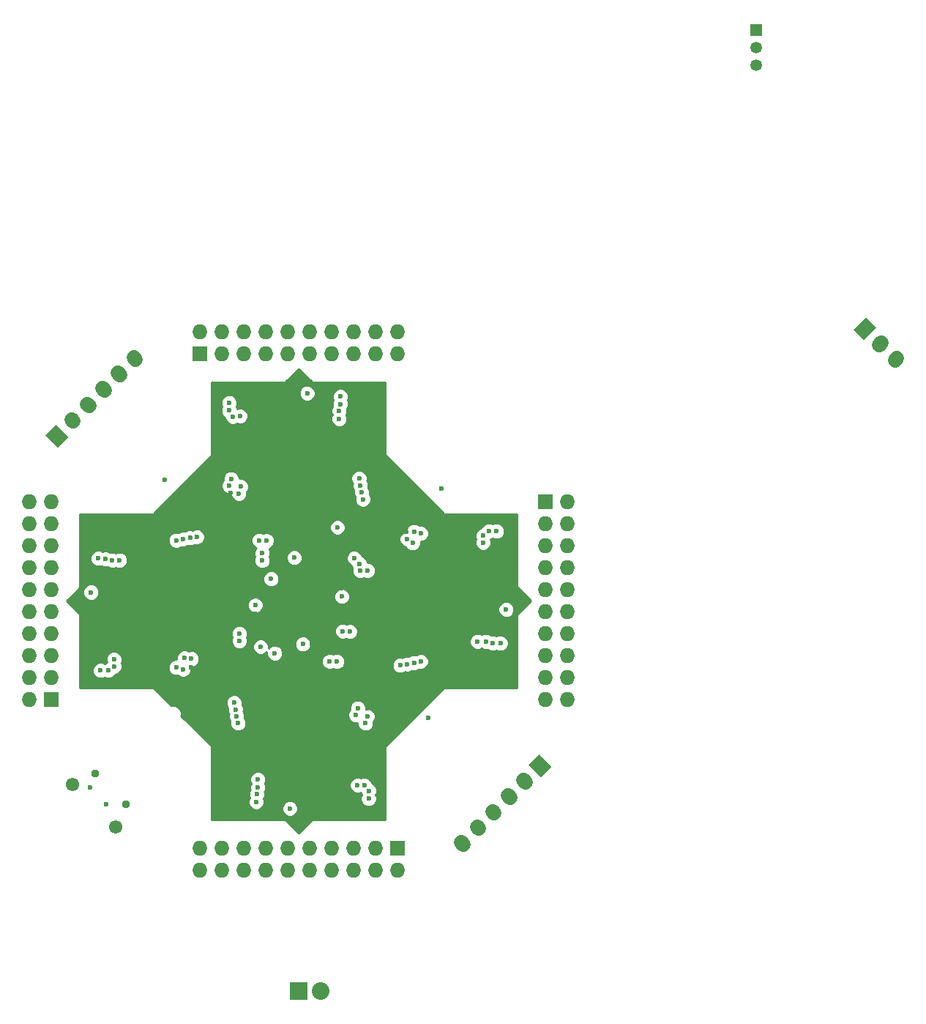
<source format=gbr>
G04 #@! TF.FileFunction,Copper,L2,Inr,Plane*
%FSLAX46Y46*%
G04 Gerber Fmt 4.6, Leading zero omitted, Abs format (unit mm)*
G04 Created by KiCad (PCBNEW 4.0.6-e0-6349~53~ubuntu14.04.1) date Wed Mar 22 00:16:22 2017*
%MOMM*%
%LPD*%
G01*
G04 APERTURE LIST*
%ADD10C,0.100000*%
%ADD11C,1.727200*%
%ADD12R,1.350000X1.350000*%
%ADD13C,1.350000*%
%ADD14R,2.032000X2.032000*%
%ADD15O,2.032000X2.032000*%
%ADD16R,1.727200X1.727200*%
%ADD17O,1.727200X1.727200*%
%ADD18C,0.950000*%
%ADD19C,1.550000*%
%ADD20C,0.600000*%
%ADD21C,0.254000*%
G04 APERTURE END LIST*
D10*
G36*
X64170922Y31392237D02*
X65607763Y32829078D01*
X66829078Y31607763D01*
X65392237Y30170922D01*
X64170922Y31392237D01*
X64170922Y31392237D01*
G37*
D11*
X67403814Y29811712D02*
X67188288Y29596186D01*
X69199865Y28015661D02*
X68984339Y27800135D01*
D12*
X52950000Y65950000D03*
D13*
X52950000Y63950000D03*
X52950000Y61950000D03*
D14*
X0Y-45075001D03*
D15*
X2540000Y-45075001D03*
D16*
X11430000Y-28575000D03*
D17*
X11430000Y-31115000D03*
X8890000Y-28575000D03*
X8890000Y-31115000D03*
X6350000Y-28575000D03*
X6350000Y-31115000D03*
X3810000Y-28575000D03*
X3810000Y-31115000D03*
X1270000Y-28575000D03*
X1270000Y-31115000D03*
X-1270000Y-28575000D03*
X-1270000Y-31115000D03*
X-3810000Y-28575000D03*
X-3810000Y-31115000D03*
X-6350000Y-28575000D03*
X-6350000Y-31115000D03*
X-8890000Y-28575000D03*
X-8890000Y-31115000D03*
X-11430000Y-28575000D03*
X-11430000Y-31115000D03*
D16*
X-28575000Y-11430000D03*
D17*
X-31115000Y-11430000D03*
X-28575000Y-8890000D03*
X-31115000Y-8890000D03*
X-28575000Y-6350000D03*
X-31115000Y-6350000D03*
X-28575000Y-3810000D03*
X-31115000Y-3810000D03*
X-28575000Y-1270000D03*
X-31115000Y-1270000D03*
X-28575000Y1270000D03*
X-31115000Y1270000D03*
X-28575000Y3810000D03*
X-31115000Y3810000D03*
X-28575000Y6350000D03*
X-31115000Y6350000D03*
X-28575000Y8890000D03*
X-31115000Y8890000D03*
X-28575000Y11430000D03*
X-31115000Y11430000D03*
D16*
X-11430000Y28575000D03*
D17*
X-11430000Y31115000D03*
X-8890000Y28575000D03*
X-8890000Y31115000D03*
X-6350000Y28575000D03*
X-6350000Y31115000D03*
X-3810000Y28575000D03*
X-3810000Y31115000D03*
X-1270000Y28575000D03*
X-1270000Y31115000D03*
X1270000Y28575000D03*
X1270000Y31115000D03*
X3810000Y28575000D03*
X3810000Y31115000D03*
X6350000Y28575000D03*
X6350000Y31115000D03*
X8890000Y28575000D03*
X8890000Y31115000D03*
X11430000Y28575000D03*
X11430000Y31115000D03*
D16*
X28575000Y11430000D03*
D17*
X31115000Y11430000D03*
X28575000Y8890000D03*
X31115000Y8890000D03*
X28575000Y6350000D03*
X31115000Y6350000D03*
X28575000Y3810000D03*
X31115000Y3810000D03*
X28575000Y1270000D03*
X31115000Y1270000D03*
X28575000Y-1270000D03*
X31115000Y-1270000D03*
X28575000Y-3810000D03*
X31115000Y-3810000D03*
X28575000Y-6350000D03*
X31115000Y-6350000D03*
X28575000Y-8890000D03*
X31115000Y-8890000D03*
X28575000Y-11430000D03*
X31115000Y-11430000D03*
D10*
G36*
X-27832237Y17720922D02*
X-29269078Y19157763D01*
X-28047763Y20379078D01*
X-26610922Y18942237D01*
X-27832237Y17720922D01*
X-27832237Y17720922D01*
G37*
D11*
X-26251712Y20953814D02*
X-26036186Y20738288D01*
X-24455661Y22749865D02*
X-24240135Y22534339D01*
X-22659609Y24545917D02*
X-22444083Y24330391D01*
X-20863558Y26341968D02*
X-20648032Y26126442D01*
X-19067507Y28138019D02*
X-18851981Y27922493D01*
D10*
G36*
X27832237Y-17720922D02*
X29269078Y-19157763D01*
X28047763Y-20379078D01*
X26610922Y-18942237D01*
X27832237Y-17720922D01*
X27832237Y-17720922D01*
G37*
D11*
X26251712Y-20953814D02*
X26036186Y-20738288D01*
X24455661Y-22749865D02*
X24240135Y-22534339D01*
X22659609Y-24545917D02*
X22444083Y-24330391D01*
X20863558Y-26341968D02*
X20648032Y-26126442D01*
X19067507Y-28138019D02*
X18851981Y-27922493D01*
D18*
X-23523521Y-19986714D03*
X-19987987Y-23522248D03*
D19*
X-26139816Y-21188796D03*
X-21190068Y-26138543D03*
D20*
X4500000Y8500000D03*
X9050000Y-14650000D03*
X13750000Y-9200000D03*
X9200000Y13750000D03*
X-13750000Y9200000D03*
X-9200000Y-13750000D03*
X24000000Y-1000000D03*
X-1000000Y-24000000D03*
X-24000000Y1000000D03*
X1000000Y24000000D03*
X5100000Y-3500000D03*
X5950000Y-3550000D03*
X3550000Y-7000000D03*
X4450000Y-7000000D03*
X6450000Y4950000D03*
X7000000Y4300000D03*
X7100000Y3500000D03*
X8000000Y3500000D03*
X500000Y-5000000D03*
X-5000000Y-500000D03*
X-500000Y5000000D03*
X5000000Y500000D03*
X-3175000Y2540000D03*
X10000000Y11000000D03*
X-12000000Y11000000D03*
X11500000Y-10000000D03*
X7500000Y5500000D03*
X3000000Y-2500000D03*
X5000000Y1500000D03*
X1500000Y-5000000D03*
X-5000000Y-1500000D03*
X-1500000Y5000000D03*
X-2750000Y-6050000D03*
X-4400000Y-5300000D03*
X-6850000Y-3750000D03*
X-6850000Y-4650000D03*
X-4200000Y4650000D03*
X-4200000Y5550000D03*
X-3700000Y6950000D03*
X-4550000Y7000000D03*
X8100000Y-22850000D03*
X8100000Y-21950000D03*
X6800000Y-21300000D03*
X7600000Y-21300000D03*
X7750000Y-14150000D03*
X7950000Y-13350000D03*
X6650000Y-13200000D03*
X6850000Y-12400000D03*
X-7450000Y-11750000D03*
X-7300000Y-12550000D03*
X-7150000Y-13350000D03*
X-7000000Y-14150000D03*
X-4900000Y-23250000D03*
X-4850000Y-22350000D03*
X-4700000Y-21550000D03*
X-4700000Y-20650000D03*
X-22900000Y-8050000D03*
X-22000000Y-8050000D03*
X-21350000Y-6750000D03*
X-21350000Y-7550000D03*
X-14150000Y-7700000D03*
X-13350000Y-7900000D03*
X-13200000Y-6600000D03*
X-12400000Y-6700000D03*
X-11750000Y7400000D03*
X-12550000Y7300000D03*
X-13350000Y7150000D03*
X-14150000Y7000000D03*
X-23150000Y4900000D03*
X-22350000Y4850000D03*
X-21550000Y4700000D03*
X-20700000Y4700000D03*
X-8050000Y22900000D03*
X-8050000Y22000000D03*
X-6750000Y21350000D03*
X-7600000Y21300000D03*
X-7800000Y14100000D03*
X-8000000Y13300000D03*
X-6700000Y13200000D03*
X-6900000Y12400000D03*
X7450000Y11750000D03*
X7300000Y12550000D03*
X7150000Y13350000D03*
X7000000Y14150000D03*
X4850000Y23650000D03*
X4850000Y22750000D03*
X4700000Y21950000D03*
X4700000Y21050000D03*
X22900000Y8050000D03*
X22000000Y8050000D03*
X21350000Y6750000D03*
X21350000Y7550000D03*
X14150000Y7800000D03*
X13350000Y8000000D03*
X13200000Y6700000D03*
X12550000Y7150000D03*
X11750000Y-7450000D03*
X12550000Y-7300000D03*
X13350000Y-7150000D03*
X14150000Y-7000000D03*
X23350000Y-4900000D03*
X22450000Y-4900000D03*
X21650000Y-4700000D03*
X20700000Y-4700000D03*
X-8800000Y-12150000D03*
X7950000Y-12450000D03*
X-12450000Y9000000D03*
X-12450000Y-7700000D03*
X16500000Y13000000D03*
X-15500000Y14000000D03*
X15000000Y-13500000D03*
X9050000Y12400000D03*
X-7900000Y12450000D03*
X12400000Y-9000000D03*
X12500000Y8000000D03*
X-22225000Y-23495000D03*
X-24130000Y-21590000D03*
D21*
G36*
X1510197Y25310197D02*
X1552211Y25282334D01*
X1600000Y25273000D01*
X10033000Y25273000D01*
X10033000Y16840000D01*
X10043006Y16790590D01*
X10070197Y16750197D01*
X16750197Y10070197D01*
X16792211Y10042334D01*
X16840000Y10033000D01*
X25273000Y10033000D01*
X25273000Y1600000D01*
X25283006Y1550590D01*
X25310197Y1510197D01*
X26820394Y0D01*
X25310197Y-1510197D01*
X25282334Y-1552211D01*
X25273000Y-1600000D01*
X25273000Y-10033000D01*
X16840000Y-10033000D01*
X16790590Y-10043006D01*
X16750197Y-10070197D01*
X10070197Y-16750197D01*
X10042334Y-16792211D01*
X10033000Y-16840000D01*
X10033000Y-25273000D01*
X1600000Y-25273000D01*
X1550590Y-25283006D01*
X1510197Y-25310197D01*
X0Y-26820394D01*
X-1510197Y-25310197D01*
X-1552211Y-25282334D01*
X-1600000Y-25273000D01*
X-10033000Y-25273000D01*
X-10033000Y-24185167D01*
X-1935162Y-24185167D01*
X-1793117Y-24528943D01*
X-1530327Y-24792192D01*
X-1186799Y-24934838D01*
X-814833Y-24935162D01*
X-471057Y-24793117D01*
X-207808Y-24530327D01*
X-65162Y-24186799D01*
X-64838Y-23814833D01*
X-206883Y-23471057D01*
X-469673Y-23207808D01*
X-813201Y-23065162D01*
X-1185167Y-23064838D01*
X-1528943Y-23206883D01*
X-1792192Y-23469673D01*
X-1934838Y-23813201D01*
X-1935162Y-24185167D01*
X-10033000Y-24185167D01*
X-10033000Y-23435167D01*
X-5835162Y-23435167D01*
X-5693117Y-23778943D01*
X-5430327Y-24042192D01*
X-5086799Y-24184838D01*
X-4714833Y-24185162D01*
X-4371057Y-24043117D01*
X-4107808Y-23780327D01*
X-3965162Y-23436799D01*
X-3964838Y-23064833D01*
X-4049420Y-22860127D01*
X-3915162Y-22536799D01*
X-3914838Y-22164833D01*
X-3937506Y-22109973D01*
X-3907808Y-22080327D01*
X-3765162Y-21736799D01*
X-3764943Y-21485167D01*
X5864838Y-21485167D01*
X6006883Y-21828943D01*
X6269673Y-22092192D01*
X6613201Y-22234838D01*
X6985167Y-22235162D01*
X7173928Y-22157168D01*
X7274359Y-22400228D01*
X7165162Y-22663201D01*
X7164838Y-23035167D01*
X7306883Y-23378943D01*
X7569673Y-23642192D01*
X7913201Y-23784838D01*
X8285167Y-23785162D01*
X8628943Y-23643117D01*
X8892192Y-23380327D01*
X9034838Y-23036799D01*
X9035162Y-22664833D01*
X8925641Y-22399772D01*
X9034838Y-22136799D01*
X9035162Y-21764833D01*
X8893117Y-21421057D01*
X8630327Y-21157808D01*
X8535159Y-21118291D01*
X8535162Y-21114833D01*
X8393117Y-20771057D01*
X8130327Y-20507808D01*
X7786799Y-20365162D01*
X7414833Y-20364838D01*
X7199896Y-20453648D01*
X6986799Y-20365162D01*
X6614833Y-20364838D01*
X6271057Y-20506883D01*
X6007808Y-20769673D01*
X5865162Y-21113201D01*
X5864838Y-21485167D01*
X-3764943Y-21485167D01*
X-3764838Y-21364833D01*
X-3874359Y-21099772D01*
X-3765162Y-20836799D01*
X-3764838Y-20464833D01*
X-3906883Y-20121057D01*
X-4169673Y-19857808D01*
X-4513201Y-19715162D01*
X-4885167Y-19714838D01*
X-5228943Y-19856883D01*
X-5492192Y-20119673D01*
X-5634838Y-20463201D01*
X-5635162Y-20835167D01*
X-5525641Y-21100228D01*
X-5634838Y-21363201D01*
X-5635162Y-21735167D01*
X-5612494Y-21790027D01*
X-5642192Y-21819673D01*
X-5784838Y-22163201D01*
X-5785162Y-22535167D01*
X-5700580Y-22739873D01*
X-5834838Y-23063201D01*
X-5835162Y-23435167D01*
X-10033000Y-23435167D01*
X-10033000Y-16840000D01*
X-10043006Y-16790590D01*
X-10070197Y-16750197D01*
X-13585241Y-13235153D01*
X-13565162Y-13186799D01*
X-13564838Y-12814833D01*
X-13706883Y-12471057D01*
X-13969673Y-12207808D01*
X-14313201Y-12065162D01*
X-14685167Y-12064838D01*
X-14734976Y-12085418D01*
X-14885227Y-11935167D01*
X-8385162Y-11935167D01*
X-8243117Y-12278943D01*
X-8212561Y-12309552D01*
X-8234838Y-12363201D01*
X-8235162Y-12735167D01*
X-8093117Y-13078943D01*
X-8062561Y-13109552D01*
X-8084838Y-13163201D01*
X-8085162Y-13535167D01*
X-7943117Y-13878943D01*
X-7912561Y-13909552D01*
X-7934838Y-13963201D01*
X-7935162Y-14335167D01*
X-7793117Y-14678943D01*
X-7530327Y-14942192D01*
X-7186799Y-15084838D01*
X-6814833Y-15085162D01*
X-6471057Y-14943117D01*
X-6207808Y-14680327D01*
X-6065162Y-14336799D01*
X-6064838Y-13964833D01*
X-6206883Y-13621057D01*
X-6237439Y-13590448D01*
X-6215162Y-13536799D01*
X-6215030Y-13385167D01*
X5714838Y-13385167D01*
X5856883Y-13728943D01*
X6119673Y-13992192D01*
X6463201Y-14134838D01*
X6815012Y-14135144D01*
X6814838Y-14335167D01*
X6956883Y-14678943D01*
X7219673Y-14942192D01*
X7563201Y-15084838D01*
X7935167Y-15085162D01*
X8278943Y-14943117D01*
X8542192Y-14680327D01*
X8684838Y-14336799D01*
X8685162Y-13964833D01*
X8677095Y-13945310D01*
X8742192Y-13880327D01*
X8884838Y-13536799D01*
X8885162Y-13164833D01*
X8743117Y-12821057D01*
X8480327Y-12557808D01*
X8136799Y-12415162D01*
X7784988Y-12414856D01*
X7785162Y-12214833D01*
X7643117Y-11871057D01*
X7380327Y-11607808D01*
X7036799Y-11465162D01*
X6664833Y-11464838D01*
X6321057Y-11606883D01*
X6057808Y-11869673D01*
X5915162Y-12213201D01*
X5914838Y-12585167D01*
X5922905Y-12604690D01*
X5857808Y-12669673D01*
X5715162Y-13013201D01*
X5714838Y-13385167D01*
X-6215030Y-13385167D01*
X-6214838Y-13164833D01*
X-6356883Y-12821057D01*
X-6387439Y-12790448D01*
X-6365162Y-12736799D01*
X-6364838Y-12364833D01*
X-6506883Y-12021057D01*
X-6537439Y-11990448D01*
X-6515162Y-11936799D01*
X-6514838Y-11564833D01*
X-6656883Y-11221057D01*
X-6919673Y-10957808D01*
X-7263201Y-10815162D01*
X-7635167Y-10814838D01*
X-7978943Y-10956883D01*
X-8242192Y-11219673D01*
X-8384838Y-11563201D01*
X-8385162Y-11935167D01*
X-14885227Y-11935167D01*
X-16750197Y-10070197D01*
X-16792211Y-10042334D01*
X-16840000Y-10033000D01*
X-25273000Y-10033000D01*
X-25273000Y-8235167D01*
X-23835162Y-8235167D01*
X-23693117Y-8578943D01*
X-23430327Y-8842192D01*
X-23086799Y-8984838D01*
X-22714833Y-8985162D01*
X-22449772Y-8875641D01*
X-22186799Y-8984838D01*
X-21814833Y-8985162D01*
X-21471057Y-8843117D01*
X-21207808Y-8580327D01*
X-21168291Y-8485159D01*
X-21164833Y-8485162D01*
X-20821057Y-8343117D01*
X-20557808Y-8080327D01*
X-20476771Y-7885167D01*
X-15085162Y-7885167D01*
X-14943117Y-8228943D01*
X-14680327Y-8492192D01*
X-14336799Y-8634838D01*
X-13964833Y-8635162D01*
X-13945310Y-8627095D01*
X-13880327Y-8692192D01*
X-13536799Y-8834838D01*
X-13164833Y-8835162D01*
X-12821057Y-8693117D01*
X-12557808Y-8430327D01*
X-12415162Y-8086799D01*
X-12414838Y-7714833D01*
X-12447841Y-7634959D01*
X-12214833Y-7635162D01*
X-11871057Y-7493117D01*
X-11607808Y-7230327D01*
X-11589056Y-7185167D01*
X2614838Y-7185167D01*
X2756883Y-7528943D01*
X3019673Y-7792192D01*
X3363201Y-7934838D01*
X3735167Y-7935162D01*
X4000228Y-7825641D01*
X4263201Y-7934838D01*
X4635167Y-7935162D01*
X4978943Y-7793117D01*
X5137168Y-7635167D01*
X10814838Y-7635167D01*
X10956883Y-7978943D01*
X11219673Y-8242192D01*
X11563201Y-8384838D01*
X11935167Y-8385162D01*
X12278943Y-8243117D01*
X12309552Y-8212561D01*
X12363201Y-8234838D01*
X12735167Y-8235162D01*
X13078943Y-8093117D01*
X13109552Y-8062561D01*
X13163201Y-8084838D01*
X13535167Y-8085162D01*
X13878943Y-7943117D01*
X13909552Y-7912561D01*
X13963201Y-7934838D01*
X14335167Y-7935162D01*
X14678943Y-7793117D01*
X14942192Y-7530327D01*
X15084838Y-7186799D01*
X15085162Y-6814833D01*
X14943117Y-6471057D01*
X14680327Y-6207808D01*
X14336799Y-6065162D01*
X13964833Y-6064838D01*
X13621057Y-6206883D01*
X13590448Y-6237439D01*
X13536799Y-6215162D01*
X13164833Y-6214838D01*
X12821057Y-6356883D01*
X12790448Y-6387439D01*
X12736799Y-6365162D01*
X12364833Y-6364838D01*
X12021057Y-6506883D01*
X11990448Y-6537439D01*
X11936799Y-6515162D01*
X11564833Y-6514838D01*
X11221057Y-6656883D01*
X10957808Y-6919673D01*
X10815162Y-7263201D01*
X10814838Y-7635167D01*
X5137168Y-7635167D01*
X5242192Y-7530327D01*
X5384838Y-7186799D01*
X5385162Y-6814833D01*
X5243117Y-6471057D01*
X4980327Y-6207808D01*
X4636799Y-6065162D01*
X4264833Y-6064838D01*
X3999772Y-6174359D01*
X3736799Y-6065162D01*
X3364833Y-6064838D01*
X3021057Y-6206883D01*
X2757808Y-6469673D01*
X2615162Y-6813201D01*
X2614838Y-7185167D01*
X-11589056Y-7185167D01*
X-11465162Y-6886799D01*
X-11464838Y-6514833D01*
X-11606883Y-6171057D01*
X-11869673Y-5907808D01*
X-12213201Y-5765162D01*
X-12585167Y-5764838D01*
X-12679394Y-5803772D01*
X-13013201Y-5665162D01*
X-13385167Y-5664838D01*
X-13728943Y-5806883D01*
X-13992192Y-6069673D01*
X-14134838Y-6413201D01*
X-14135144Y-6765012D01*
X-14335167Y-6764838D01*
X-14678943Y-6906883D01*
X-14942192Y-7169673D01*
X-15084838Y-7513201D01*
X-15085162Y-7885167D01*
X-20476771Y-7885167D01*
X-20415162Y-7736799D01*
X-20414838Y-7364833D01*
X-20503648Y-7149896D01*
X-20415162Y-6936799D01*
X-20414838Y-6564833D01*
X-20556883Y-6221057D01*
X-20819673Y-5957808D01*
X-21163201Y-5815162D01*
X-21535167Y-5814838D01*
X-21878943Y-5956883D01*
X-22142192Y-6219673D01*
X-22284838Y-6563201D01*
X-22285162Y-6935167D01*
X-22207168Y-7123928D01*
X-22450228Y-7224359D01*
X-22713201Y-7115162D01*
X-23085167Y-7114838D01*
X-23428943Y-7256883D01*
X-23692192Y-7519673D01*
X-23834838Y-7863201D01*
X-23835162Y-8235167D01*
X-25273000Y-8235167D01*
X-25273000Y-3935167D01*
X-7785162Y-3935167D01*
X-7675641Y-4200228D01*
X-7784838Y-4463201D01*
X-7785162Y-4835167D01*
X-7643117Y-5178943D01*
X-7380327Y-5442192D01*
X-7036799Y-5584838D01*
X-6664833Y-5585162D01*
X-6422827Y-5485167D01*
X-5335162Y-5485167D01*
X-5193117Y-5828943D01*
X-4930327Y-6092192D01*
X-4586799Y-6234838D01*
X-4214833Y-6235162D01*
X-3871057Y-6093117D01*
X-3684876Y-5907261D01*
X-3685162Y-6235167D01*
X-3543117Y-6578943D01*
X-3280327Y-6842192D01*
X-2936799Y-6984838D01*
X-2564833Y-6985162D01*
X-2221057Y-6843117D01*
X-1957808Y-6580327D01*
X-1815162Y-6236799D01*
X-1814838Y-5864833D01*
X-1956883Y-5521057D01*
X-2219673Y-5257808D01*
X-2394611Y-5185167D01*
X-435162Y-5185167D01*
X-293117Y-5528943D01*
X-30327Y-5792192D01*
X313201Y-5934838D01*
X685167Y-5935162D01*
X1028943Y-5793117D01*
X1292192Y-5530327D01*
X1434838Y-5186799D01*
X1435100Y-4885167D01*
X19764838Y-4885167D01*
X19906883Y-5228943D01*
X20169673Y-5492192D01*
X20513201Y-5634838D01*
X20885167Y-5635162D01*
X21175290Y-5515286D01*
X21463201Y-5634838D01*
X21835167Y-5635162D01*
X21854690Y-5627095D01*
X21919673Y-5692192D01*
X22263201Y-5834838D01*
X22635167Y-5835162D01*
X22900228Y-5725641D01*
X23163201Y-5834838D01*
X23535167Y-5835162D01*
X23878943Y-5693117D01*
X24142192Y-5430327D01*
X24284838Y-5086799D01*
X24285162Y-4714833D01*
X24143117Y-4371057D01*
X23880327Y-4107808D01*
X23536799Y-3965162D01*
X23164833Y-3964838D01*
X22899772Y-4074359D01*
X22636799Y-3965162D01*
X22264833Y-3964838D01*
X22245310Y-3972905D01*
X22180327Y-3907808D01*
X21836799Y-3765162D01*
X21464833Y-3764838D01*
X21174710Y-3884714D01*
X20886799Y-3765162D01*
X20514833Y-3764838D01*
X20171057Y-3906883D01*
X19907808Y-4169673D01*
X19765162Y-4513201D01*
X19764838Y-4885167D01*
X1435100Y-4885167D01*
X1435162Y-4814833D01*
X1293117Y-4471057D01*
X1030327Y-4207808D01*
X686799Y-4065162D01*
X314833Y-4064838D01*
X-28943Y-4206883D01*
X-292192Y-4469673D01*
X-434838Y-4813201D01*
X-435162Y-5185167D01*
X-2394611Y-5185167D01*
X-2563201Y-5115162D01*
X-2935167Y-5114838D01*
X-3278943Y-5256883D01*
X-3465124Y-5442739D01*
X-3464838Y-5114833D01*
X-3606883Y-4771057D01*
X-3869673Y-4507808D01*
X-4213201Y-4365162D01*
X-4585167Y-4364838D01*
X-4928943Y-4506883D01*
X-5192192Y-4769673D01*
X-5334838Y-5113201D01*
X-5335162Y-5485167D01*
X-6422827Y-5485167D01*
X-6321057Y-5443117D01*
X-6057808Y-5180327D01*
X-5915162Y-4836799D01*
X-5914838Y-4464833D01*
X-6024359Y-4199772D01*
X-5915162Y-3936799D01*
X-5914943Y-3685167D01*
X4164838Y-3685167D01*
X4306883Y-4028943D01*
X4569673Y-4292192D01*
X4913201Y-4434838D01*
X5285167Y-4435162D01*
X5464811Y-4360935D01*
X5763201Y-4484838D01*
X6135167Y-4485162D01*
X6478943Y-4343117D01*
X6742192Y-4080327D01*
X6884838Y-3736799D01*
X6885162Y-3364833D01*
X6743117Y-3021057D01*
X6480327Y-2757808D01*
X6136799Y-2615162D01*
X5764833Y-2614838D01*
X5585189Y-2689065D01*
X5286799Y-2565162D01*
X4914833Y-2564838D01*
X4571057Y-2706883D01*
X4307808Y-2969673D01*
X4165162Y-3313201D01*
X4164838Y-3685167D01*
X-5914943Y-3685167D01*
X-5914838Y-3564833D01*
X-6056883Y-3221057D01*
X-6319673Y-2957808D01*
X-6663201Y-2815162D01*
X-7035167Y-2814838D01*
X-7378943Y-2956883D01*
X-7642192Y-3219673D01*
X-7784838Y-3563201D01*
X-7785162Y-3935167D01*
X-25273000Y-3935167D01*
X-25273000Y-1600000D01*
X-25283006Y-1550590D01*
X-25310197Y-1510197D01*
X-26135227Y-685167D01*
X-5935162Y-685167D01*
X-5793117Y-1028943D01*
X-5530327Y-1292192D01*
X-5186799Y-1434838D01*
X-4814833Y-1435162D01*
X-4471057Y-1293117D01*
X-4362919Y-1185167D01*
X23064838Y-1185167D01*
X23206883Y-1528943D01*
X23469673Y-1792192D01*
X23813201Y-1934838D01*
X24185167Y-1935162D01*
X24528943Y-1793117D01*
X24792192Y-1530327D01*
X24934838Y-1186799D01*
X24935162Y-814833D01*
X24793117Y-471057D01*
X24530327Y-207808D01*
X24186799Y-65162D01*
X23814833Y-64838D01*
X23471057Y-206883D01*
X23207808Y-469673D01*
X23065162Y-813201D01*
X23064838Y-1185167D01*
X-4362919Y-1185167D01*
X-4207808Y-1030327D01*
X-4065162Y-686799D01*
X-4064838Y-314833D01*
X-4206883Y28943D01*
X-4469673Y292192D01*
X-4524198Y314833D01*
X4064838Y314833D01*
X4206883Y-28943D01*
X4469673Y-292192D01*
X4813201Y-434838D01*
X5185167Y-435162D01*
X5528943Y-293117D01*
X5792192Y-30327D01*
X5934838Y313201D01*
X5935162Y685167D01*
X5793117Y1028943D01*
X5530327Y1292192D01*
X5186799Y1434838D01*
X4814833Y1435162D01*
X4471057Y1293117D01*
X4207808Y1030327D01*
X4065162Y686799D01*
X4064838Y314833D01*
X-4524198Y314833D01*
X-4813201Y434838D01*
X-5185167Y435162D01*
X-5528943Y293117D01*
X-5792192Y30327D01*
X-5934838Y-313201D01*
X-5935162Y-685167D01*
X-26135227Y-685167D01*
X-26820394Y0D01*
X-26005561Y814833D01*
X-24935162Y814833D01*
X-24793117Y471057D01*
X-24530327Y207808D01*
X-24186799Y65162D01*
X-23814833Y64838D01*
X-23471057Y206883D01*
X-23207808Y469673D01*
X-23065162Y813201D01*
X-23064838Y1185167D01*
X-23206883Y1528943D01*
X-23469673Y1792192D01*
X-23813201Y1934838D01*
X-24185167Y1935162D01*
X-24528943Y1793117D01*
X-24792192Y1530327D01*
X-24934838Y1186799D01*
X-24935162Y814833D01*
X-26005561Y814833D01*
X-25310197Y1510197D01*
X-25282334Y1552211D01*
X-25273000Y1600000D01*
X-25273000Y2354833D01*
X-4110162Y2354833D01*
X-3968117Y2011057D01*
X-3705327Y1747808D01*
X-3361799Y1605162D01*
X-2989833Y1604838D01*
X-2646057Y1746883D01*
X-2382808Y2009673D01*
X-2240162Y2353201D01*
X-2239838Y2725167D01*
X-2381883Y3068943D01*
X-2644673Y3332192D01*
X-2988201Y3474838D01*
X-3360167Y3475162D01*
X-3703943Y3333117D01*
X-3967192Y3070327D01*
X-4109838Y2726799D01*
X-4110162Y2354833D01*
X-25273000Y2354833D01*
X-25273000Y4714833D01*
X-24085162Y4714833D01*
X-23943117Y4371057D01*
X-23680327Y4107808D01*
X-23336799Y3965162D01*
X-22964833Y3964838D01*
X-22810251Y4028710D01*
X-22536799Y3915162D01*
X-22164833Y3914838D01*
X-22109973Y3937506D01*
X-22080327Y3907808D01*
X-21736799Y3765162D01*
X-21364833Y3764838D01*
X-21124834Y3864003D01*
X-20886799Y3765162D01*
X-20514833Y3764838D01*
X-20171057Y3906883D01*
X-19907808Y4169673D01*
X-19765162Y4513201D01*
X-19764838Y4885167D01*
X-19906883Y5228943D01*
X-20169673Y5492192D01*
X-20513201Y5634838D01*
X-20885167Y5635162D01*
X-21125166Y5535997D01*
X-21363201Y5634838D01*
X-21735167Y5635162D01*
X-21790027Y5612494D01*
X-21819673Y5642192D01*
X-22163201Y5784838D01*
X-22535167Y5785162D01*
X-22689749Y5721290D01*
X-22963201Y5834838D01*
X-23335167Y5835162D01*
X-23678943Y5693117D01*
X-23942192Y5430327D01*
X-24084838Y5086799D01*
X-24085162Y4714833D01*
X-25273000Y4714833D01*
X-25273000Y6814833D01*
X-15085162Y6814833D01*
X-14943117Y6471057D01*
X-14680327Y6207808D01*
X-14336799Y6065162D01*
X-13964833Y6064838D01*
X-13621057Y6206883D01*
X-13590448Y6237439D01*
X-13536799Y6215162D01*
X-13164833Y6214838D01*
X-12821057Y6356883D01*
X-12790448Y6387439D01*
X-12736799Y6365162D01*
X-12364833Y6364838D01*
X-12029185Y6503524D01*
X-11936799Y6465162D01*
X-11564833Y6464838D01*
X-11221057Y6606883D01*
X-11012744Y6814833D01*
X-5485162Y6814833D01*
X-5343117Y6471057D01*
X-5080327Y6207808D01*
X-4927895Y6144512D01*
X-4992192Y6080327D01*
X-5134838Y5736799D01*
X-5135162Y5364833D01*
X-5025641Y5099772D01*
X-5134838Y4836799D01*
X-5135162Y4464833D01*
X-4993117Y4121057D01*
X-4730327Y3857808D01*
X-4386799Y3715162D01*
X-4014833Y3714838D01*
X-3671057Y3856883D01*
X-3407808Y4119673D01*
X-3265162Y4463201D01*
X-3264856Y4814833D01*
X-1435162Y4814833D01*
X-1293117Y4471057D01*
X-1030327Y4207808D01*
X-686799Y4065162D01*
X-314833Y4064838D01*
X28943Y4206883D01*
X292192Y4469673D01*
X414753Y4764833D01*
X5514838Y4764833D01*
X5656883Y4421057D01*
X5919673Y4157808D01*
X6073468Y4093946D01*
X6203524Y3779185D01*
X6165162Y3686799D01*
X6164838Y3314833D01*
X6306883Y2971057D01*
X6569673Y2707808D01*
X6913201Y2565162D01*
X7285167Y2564838D01*
X7550228Y2674359D01*
X7813201Y2565162D01*
X8185167Y2564838D01*
X8528943Y2706883D01*
X8792192Y2969673D01*
X8934838Y3313201D01*
X8935162Y3685167D01*
X8793117Y4028943D01*
X8530327Y4292192D01*
X8186799Y4434838D01*
X7935118Y4435057D01*
X7935162Y4485167D01*
X7793117Y4828943D01*
X7530327Y5092192D01*
X7376532Y5156054D01*
X7243117Y5478943D01*
X6980327Y5742192D01*
X6636799Y5884838D01*
X6264833Y5885162D01*
X5921057Y5743117D01*
X5657808Y5480327D01*
X5515162Y5136799D01*
X5514838Y4764833D01*
X414753Y4764833D01*
X434838Y4813201D01*
X435162Y5185167D01*
X293117Y5528943D01*
X30327Y5792192D01*
X-313201Y5934838D01*
X-685167Y5935162D01*
X-1028943Y5793117D01*
X-1292192Y5530327D01*
X-1434838Y5186799D01*
X-1435162Y4814833D01*
X-3264856Y4814833D01*
X-3264838Y4835167D01*
X-3374359Y5100228D01*
X-3265162Y5363201D01*
X-3264838Y5735167D01*
X-3400000Y6062286D01*
X-3171057Y6156883D01*
X-2907808Y6419673D01*
X-2765162Y6763201D01*
X-2764987Y6964833D01*
X11614838Y6964833D01*
X11756883Y6621057D01*
X12019673Y6357808D01*
X12363201Y6215162D01*
X12388668Y6215140D01*
X12406883Y6171057D01*
X12669673Y5907808D01*
X13013201Y5765162D01*
X13385167Y5764838D01*
X13728943Y5906883D01*
X13992192Y6169673D01*
X14134838Y6513201D01*
X14135144Y6865012D01*
X14335167Y6864838D01*
X14678943Y7006883D01*
X14942192Y7269673D01*
X14981706Y7364833D01*
X20414838Y7364833D01*
X20503648Y7149896D01*
X20415162Y6936799D01*
X20414838Y6564833D01*
X20556883Y6221057D01*
X20819673Y5957808D01*
X21163201Y5815162D01*
X21535167Y5814838D01*
X21878943Y5956883D01*
X22142192Y6219673D01*
X22284838Y6563201D01*
X22285162Y6935167D01*
X22207168Y7123928D01*
X22450228Y7224359D01*
X22713201Y7115162D01*
X23085167Y7114838D01*
X23428943Y7256883D01*
X23692192Y7519673D01*
X23834838Y7863201D01*
X23835162Y8235167D01*
X23693117Y8578943D01*
X23430327Y8842192D01*
X23086799Y8984838D01*
X22714833Y8985162D01*
X22449772Y8875641D01*
X22186799Y8984838D01*
X21814833Y8985162D01*
X21471057Y8843117D01*
X21207808Y8580327D01*
X21168291Y8485159D01*
X21164833Y8485162D01*
X20821057Y8343117D01*
X20557808Y8080327D01*
X20415162Y7736799D01*
X20414838Y7364833D01*
X14981706Y7364833D01*
X15084838Y7613201D01*
X15085162Y7985167D01*
X14943117Y8328943D01*
X14680327Y8592192D01*
X14336799Y8734838D01*
X13964833Y8735162D01*
X13945310Y8727095D01*
X13880327Y8792192D01*
X13536799Y8934838D01*
X13164833Y8935162D01*
X12821057Y8793117D01*
X12557808Y8530327D01*
X12415162Y8186799D01*
X12415073Y8085118D01*
X12364833Y8085162D01*
X12021057Y7943117D01*
X11757808Y7680327D01*
X11615162Y7336799D01*
X11614838Y6964833D01*
X-2764987Y6964833D01*
X-2764838Y7135167D01*
X-2906883Y7478943D01*
X-3169673Y7742192D01*
X-3513201Y7884838D01*
X-3885167Y7885162D01*
X-4064811Y7810935D01*
X-4363201Y7934838D01*
X-4735167Y7935162D01*
X-5078943Y7793117D01*
X-5342192Y7530327D01*
X-5484838Y7186799D01*
X-5485162Y6814833D01*
X-11012744Y6814833D01*
X-10957808Y6869673D01*
X-10815162Y7213201D01*
X-10814838Y7585167D01*
X-10956883Y7928943D01*
X-11219673Y8192192D01*
X-11515023Y8314833D01*
X3564838Y8314833D01*
X3706883Y7971057D01*
X3969673Y7707808D01*
X4313201Y7565162D01*
X4685167Y7564838D01*
X5028943Y7706883D01*
X5292192Y7969673D01*
X5434838Y8313201D01*
X5435162Y8685167D01*
X5293117Y9028943D01*
X5030327Y9292192D01*
X4686799Y9434838D01*
X4314833Y9435162D01*
X3971057Y9293117D01*
X3707808Y9030327D01*
X3565162Y8686799D01*
X3564838Y8314833D01*
X-11515023Y8314833D01*
X-11563201Y8334838D01*
X-11935167Y8335162D01*
X-12270815Y8196476D01*
X-12363201Y8234838D01*
X-12735167Y8235162D01*
X-13078943Y8093117D01*
X-13109552Y8062561D01*
X-13163201Y8084838D01*
X-13535167Y8085162D01*
X-13878943Y7943117D01*
X-13909552Y7912561D01*
X-13963201Y7934838D01*
X-14335167Y7935162D01*
X-14678943Y7793117D01*
X-14942192Y7530327D01*
X-15084838Y7186799D01*
X-15085162Y6814833D01*
X-25273000Y6814833D01*
X-25273000Y10033000D01*
X-16840000Y10033000D01*
X-16790590Y10043006D01*
X-16750197Y10070197D01*
X-13705561Y13114833D01*
X-8935162Y13114833D01*
X-8793117Y12771057D01*
X-8530327Y12507808D01*
X-8186799Y12365162D01*
X-7835031Y12364856D01*
X-7835162Y12214833D01*
X-7693117Y11871057D01*
X-7430327Y11607808D01*
X-7086799Y11465162D01*
X-6714833Y11464838D01*
X-6371057Y11606883D01*
X-6107808Y11869673D01*
X-5965162Y12213201D01*
X-5964838Y12585167D01*
X-5972905Y12604690D01*
X-5907808Y12669673D01*
X-5765162Y13013201D01*
X-5764838Y13385167D01*
X-5906883Y13728943D01*
X-6142361Y13964833D01*
X6064838Y13964833D01*
X6206883Y13621057D01*
X6237439Y13590448D01*
X6215162Y13536799D01*
X6214838Y13164833D01*
X6356883Y12821057D01*
X6387439Y12790448D01*
X6365162Y12736799D01*
X6364838Y12364833D01*
X6506883Y12021057D01*
X6537439Y11990448D01*
X6515162Y11936799D01*
X6514838Y11564833D01*
X6656883Y11221057D01*
X6919673Y10957808D01*
X7263201Y10815162D01*
X7635167Y10814838D01*
X7978943Y10956883D01*
X8242192Y11219673D01*
X8384838Y11563201D01*
X8385162Y11935167D01*
X8243117Y12278943D01*
X8212561Y12309552D01*
X8234838Y12363201D01*
X8235162Y12735167D01*
X8093117Y13078943D01*
X8062561Y13109552D01*
X8084838Y13163201D01*
X8085162Y13535167D01*
X7943117Y13878943D01*
X7912561Y13909552D01*
X7934838Y13963201D01*
X7935162Y14335167D01*
X7793117Y14678943D01*
X7530327Y14942192D01*
X7186799Y15084838D01*
X6814833Y15085162D01*
X6471057Y14943117D01*
X6207808Y14680327D01*
X6065162Y14336799D01*
X6064838Y13964833D01*
X-6142361Y13964833D01*
X-6169673Y13992192D01*
X-6513201Y14134838D01*
X-6864969Y14135144D01*
X-6864838Y14285167D01*
X-7006883Y14628943D01*
X-7269673Y14892192D01*
X-7613201Y15034838D01*
X-7985167Y15035162D01*
X-8328943Y14893117D01*
X-8592192Y14630327D01*
X-8734838Y14286799D01*
X-8735162Y13914833D01*
X-8727095Y13895310D01*
X-8792192Y13830327D01*
X-8934838Y13486799D01*
X-8935162Y13114833D01*
X-13705561Y13114833D01*
X-10070197Y16750197D01*
X-10042334Y16792211D01*
X-10033000Y16840000D01*
X-10033000Y22714833D01*
X-8985162Y22714833D01*
X-8875641Y22449772D01*
X-8984838Y22186799D01*
X-8985162Y21814833D01*
X-8843117Y21471057D01*
X-8580327Y21207808D01*
X-8535097Y21189027D01*
X-8535162Y21114833D01*
X-8393117Y20771057D01*
X-8130327Y20507808D01*
X-7786799Y20365162D01*
X-7414833Y20364838D01*
X-7114479Y20488941D01*
X-6936799Y20415162D01*
X-6564833Y20414838D01*
X-6221057Y20556883D01*
X-5957808Y20819673D01*
X-5815162Y21163201D01*
X-5814838Y21535167D01*
X-5909733Y21764833D01*
X3764838Y21764833D01*
X3874359Y21499772D01*
X3765162Y21236799D01*
X3764838Y20864833D01*
X3906883Y20521057D01*
X4169673Y20257808D01*
X4513201Y20115162D01*
X4885167Y20114838D01*
X5228943Y20256883D01*
X5492192Y20519673D01*
X5634838Y20863201D01*
X5635162Y21235167D01*
X5525641Y21500228D01*
X5634838Y21763201D01*
X5635162Y22135167D01*
X5612494Y22190027D01*
X5642192Y22219673D01*
X5784838Y22563201D01*
X5785162Y22935167D01*
X5675641Y23200228D01*
X5784838Y23463201D01*
X5785162Y23835167D01*
X5643117Y24178943D01*
X5380327Y24442192D01*
X5036799Y24584838D01*
X4664833Y24585162D01*
X4321057Y24443117D01*
X4057808Y24180327D01*
X3915162Y23836799D01*
X3914838Y23464833D01*
X4024359Y23199772D01*
X3915162Y22936799D01*
X3914838Y22564833D01*
X3937506Y22509973D01*
X3907808Y22480327D01*
X3765162Y22136799D01*
X3764838Y21764833D01*
X-5909733Y21764833D01*
X-5956883Y21878943D01*
X-6219673Y22142192D01*
X-6563201Y22284838D01*
X-6935167Y22285162D01*
X-7123928Y22207168D01*
X-7224359Y22450228D01*
X-7115162Y22713201D01*
X-7114838Y23085167D01*
X-7256883Y23428943D01*
X-7519673Y23692192D01*
X-7815023Y23814833D01*
X64838Y23814833D01*
X206883Y23471057D01*
X469673Y23207808D01*
X813201Y23065162D01*
X1185167Y23064838D01*
X1528943Y23206883D01*
X1792192Y23469673D01*
X1934838Y23813201D01*
X1935162Y24185167D01*
X1793117Y24528943D01*
X1530327Y24792192D01*
X1186799Y24934838D01*
X814833Y24935162D01*
X471057Y24793117D01*
X207808Y24530327D01*
X65162Y24186799D01*
X64838Y23814833D01*
X-7815023Y23814833D01*
X-7863201Y23834838D01*
X-8235167Y23835162D01*
X-8578943Y23693117D01*
X-8842192Y23430327D01*
X-8984838Y23086799D01*
X-8985162Y22714833D01*
X-10033000Y22714833D01*
X-10033000Y25273000D01*
X-1600000Y25273000D01*
X-1550590Y25283006D01*
X-1510197Y25310197D01*
X0Y26820394D01*
X1510197Y25310197D01*
X1510197Y25310197D01*
G37*
X1510197Y25310197D02*
X1552211Y25282334D01*
X1600000Y25273000D01*
X10033000Y25273000D01*
X10033000Y16840000D01*
X10043006Y16790590D01*
X10070197Y16750197D01*
X16750197Y10070197D01*
X16792211Y10042334D01*
X16840000Y10033000D01*
X25273000Y10033000D01*
X25273000Y1600000D01*
X25283006Y1550590D01*
X25310197Y1510197D01*
X26820394Y0D01*
X25310197Y-1510197D01*
X25282334Y-1552211D01*
X25273000Y-1600000D01*
X25273000Y-10033000D01*
X16840000Y-10033000D01*
X16790590Y-10043006D01*
X16750197Y-10070197D01*
X10070197Y-16750197D01*
X10042334Y-16792211D01*
X10033000Y-16840000D01*
X10033000Y-25273000D01*
X1600000Y-25273000D01*
X1550590Y-25283006D01*
X1510197Y-25310197D01*
X0Y-26820394D01*
X-1510197Y-25310197D01*
X-1552211Y-25282334D01*
X-1600000Y-25273000D01*
X-10033000Y-25273000D01*
X-10033000Y-24185167D01*
X-1935162Y-24185167D01*
X-1793117Y-24528943D01*
X-1530327Y-24792192D01*
X-1186799Y-24934838D01*
X-814833Y-24935162D01*
X-471057Y-24793117D01*
X-207808Y-24530327D01*
X-65162Y-24186799D01*
X-64838Y-23814833D01*
X-206883Y-23471057D01*
X-469673Y-23207808D01*
X-813201Y-23065162D01*
X-1185167Y-23064838D01*
X-1528943Y-23206883D01*
X-1792192Y-23469673D01*
X-1934838Y-23813201D01*
X-1935162Y-24185167D01*
X-10033000Y-24185167D01*
X-10033000Y-23435167D01*
X-5835162Y-23435167D01*
X-5693117Y-23778943D01*
X-5430327Y-24042192D01*
X-5086799Y-24184838D01*
X-4714833Y-24185162D01*
X-4371057Y-24043117D01*
X-4107808Y-23780327D01*
X-3965162Y-23436799D01*
X-3964838Y-23064833D01*
X-4049420Y-22860127D01*
X-3915162Y-22536799D01*
X-3914838Y-22164833D01*
X-3937506Y-22109973D01*
X-3907808Y-22080327D01*
X-3765162Y-21736799D01*
X-3764943Y-21485167D01*
X5864838Y-21485167D01*
X6006883Y-21828943D01*
X6269673Y-22092192D01*
X6613201Y-22234838D01*
X6985167Y-22235162D01*
X7173928Y-22157168D01*
X7274359Y-22400228D01*
X7165162Y-22663201D01*
X7164838Y-23035167D01*
X7306883Y-23378943D01*
X7569673Y-23642192D01*
X7913201Y-23784838D01*
X8285167Y-23785162D01*
X8628943Y-23643117D01*
X8892192Y-23380327D01*
X9034838Y-23036799D01*
X9035162Y-22664833D01*
X8925641Y-22399772D01*
X9034838Y-22136799D01*
X9035162Y-21764833D01*
X8893117Y-21421057D01*
X8630327Y-21157808D01*
X8535159Y-21118291D01*
X8535162Y-21114833D01*
X8393117Y-20771057D01*
X8130327Y-20507808D01*
X7786799Y-20365162D01*
X7414833Y-20364838D01*
X7199896Y-20453648D01*
X6986799Y-20365162D01*
X6614833Y-20364838D01*
X6271057Y-20506883D01*
X6007808Y-20769673D01*
X5865162Y-21113201D01*
X5864838Y-21485167D01*
X-3764943Y-21485167D01*
X-3764838Y-21364833D01*
X-3874359Y-21099772D01*
X-3765162Y-20836799D01*
X-3764838Y-20464833D01*
X-3906883Y-20121057D01*
X-4169673Y-19857808D01*
X-4513201Y-19715162D01*
X-4885167Y-19714838D01*
X-5228943Y-19856883D01*
X-5492192Y-20119673D01*
X-5634838Y-20463201D01*
X-5635162Y-20835167D01*
X-5525641Y-21100228D01*
X-5634838Y-21363201D01*
X-5635162Y-21735167D01*
X-5612494Y-21790027D01*
X-5642192Y-21819673D01*
X-5784838Y-22163201D01*
X-5785162Y-22535167D01*
X-5700580Y-22739873D01*
X-5834838Y-23063201D01*
X-5835162Y-23435167D01*
X-10033000Y-23435167D01*
X-10033000Y-16840000D01*
X-10043006Y-16790590D01*
X-10070197Y-16750197D01*
X-13585241Y-13235153D01*
X-13565162Y-13186799D01*
X-13564838Y-12814833D01*
X-13706883Y-12471057D01*
X-13969673Y-12207808D01*
X-14313201Y-12065162D01*
X-14685167Y-12064838D01*
X-14734976Y-12085418D01*
X-14885227Y-11935167D01*
X-8385162Y-11935167D01*
X-8243117Y-12278943D01*
X-8212561Y-12309552D01*
X-8234838Y-12363201D01*
X-8235162Y-12735167D01*
X-8093117Y-13078943D01*
X-8062561Y-13109552D01*
X-8084838Y-13163201D01*
X-8085162Y-13535167D01*
X-7943117Y-13878943D01*
X-7912561Y-13909552D01*
X-7934838Y-13963201D01*
X-7935162Y-14335167D01*
X-7793117Y-14678943D01*
X-7530327Y-14942192D01*
X-7186799Y-15084838D01*
X-6814833Y-15085162D01*
X-6471057Y-14943117D01*
X-6207808Y-14680327D01*
X-6065162Y-14336799D01*
X-6064838Y-13964833D01*
X-6206883Y-13621057D01*
X-6237439Y-13590448D01*
X-6215162Y-13536799D01*
X-6215030Y-13385167D01*
X5714838Y-13385167D01*
X5856883Y-13728943D01*
X6119673Y-13992192D01*
X6463201Y-14134838D01*
X6815012Y-14135144D01*
X6814838Y-14335167D01*
X6956883Y-14678943D01*
X7219673Y-14942192D01*
X7563201Y-15084838D01*
X7935167Y-15085162D01*
X8278943Y-14943117D01*
X8542192Y-14680327D01*
X8684838Y-14336799D01*
X8685162Y-13964833D01*
X8677095Y-13945310D01*
X8742192Y-13880327D01*
X8884838Y-13536799D01*
X8885162Y-13164833D01*
X8743117Y-12821057D01*
X8480327Y-12557808D01*
X8136799Y-12415162D01*
X7784988Y-12414856D01*
X7785162Y-12214833D01*
X7643117Y-11871057D01*
X7380327Y-11607808D01*
X7036799Y-11465162D01*
X6664833Y-11464838D01*
X6321057Y-11606883D01*
X6057808Y-11869673D01*
X5915162Y-12213201D01*
X5914838Y-12585167D01*
X5922905Y-12604690D01*
X5857808Y-12669673D01*
X5715162Y-13013201D01*
X5714838Y-13385167D01*
X-6215030Y-13385167D01*
X-6214838Y-13164833D01*
X-6356883Y-12821057D01*
X-6387439Y-12790448D01*
X-6365162Y-12736799D01*
X-6364838Y-12364833D01*
X-6506883Y-12021057D01*
X-6537439Y-11990448D01*
X-6515162Y-11936799D01*
X-6514838Y-11564833D01*
X-6656883Y-11221057D01*
X-6919673Y-10957808D01*
X-7263201Y-10815162D01*
X-7635167Y-10814838D01*
X-7978943Y-10956883D01*
X-8242192Y-11219673D01*
X-8384838Y-11563201D01*
X-8385162Y-11935167D01*
X-14885227Y-11935167D01*
X-16750197Y-10070197D01*
X-16792211Y-10042334D01*
X-16840000Y-10033000D01*
X-25273000Y-10033000D01*
X-25273000Y-8235167D01*
X-23835162Y-8235167D01*
X-23693117Y-8578943D01*
X-23430327Y-8842192D01*
X-23086799Y-8984838D01*
X-22714833Y-8985162D01*
X-22449772Y-8875641D01*
X-22186799Y-8984838D01*
X-21814833Y-8985162D01*
X-21471057Y-8843117D01*
X-21207808Y-8580327D01*
X-21168291Y-8485159D01*
X-21164833Y-8485162D01*
X-20821057Y-8343117D01*
X-20557808Y-8080327D01*
X-20476771Y-7885167D01*
X-15085162Y-7885167D01*
X-14943117Y-8228943D01*
X-14680327Y-8492192D01*
X-14336799Y-8634838D01*
X-13964833Y-8635162D01*
X-13945310Y-8627095D01*
X-13880327Y-8692192D01*
X-13536799Y-8834838D01*
X-13164833Y-8835162D01*
X-12821057Y-8693117D01*
X-12557808Y-8430327D01*
X-12415162Y-8086799D01*
X-12414838Y-7714833D01*
X-12447841Y-7634959D01*
X-12214833Y-7635162D01*
X-11871057Y-7493117D01*
X-11607808Y-7230327D01*
X-11589056Y-7185167D01*
X2614838Y-7185167D01*
X2756883Y-7528943D01*
X3019673Y-7792192D01*
X3363201Y-7934838D01*
X3735167Y-7935162D01*
X4000228Y-7825641D01*
X4263201Y-7934838D01*
X4635167Y-7935162D01*
X4978943Y-7793117D01*
X5137168Y-7635167D01*
X10814838Y-7635167D01*
X10956883Y-7978943D01*
X11219673Y-8242192D01*
X11563201Y-8384838D01*
X11935167Y-8385162D01*
X12278943Y-8243117D01*
X12309552Y-8212561D01*
X12363201Y-8234838D01*
X12735167Y-8235162D01*
X13078943Y-8093117D01*
X13109552Y-8062561D01*
X13163201Y-8084838D01*
X13535167Y-8085162D01*
X13878943Y-7943117D01*
X13909552Y-7912561D01*
X13963201Y-7934838D01*
X14335167Y-7935162D01*
X14678943Y-7793117D01*
X14942192Y-7530327D01*
X15084838Y-7186799D01*
X15085162Y-6814833D01*
X14943117Y-6471057D01*
X14680327Y-6207808D01*
X14336799Y-6065162D01*
X13964833Y-6064838D01*
X13621057Y-6206883D01*
X13590448Y-6237439D01*
X13536799Y-6215162D01*
X13164833Y-6214838D01*
X12821057Y-6356883D01*
X12790448Y-6387439D01*
X12736799Y-6365162D01*
X12364833Y-6364838D01*
X12021057Y-6506883D01*
X11990448Y-6537439D01*
X11936799Y-6515162D01*
X11564833Y-6514838D01*
X11221057Y-6656883D01*
X10957808Y-6919673D01*
X10815162Y-7263201D01*
X10814838Y-7635167D01*
X5137168Y-7635167D01*
X5242192Y-7530327D01*
X5384838Y-7186799D01*
X5385162Y-6814833D01*
X5243117Y-6471057D01*
X4980327Y-6207808D01*
X4636799Y-6065162D01*
X4264833Y-6064838D01*
X3999772Y-6174359D01*
X3736799Y-6065162D01*
X3364833Y-6064838D01*
X3021057Y-6206883D01*
X2757808Y-6469673D01*
X2615162Y-6813201D01*
X2614838Y-7185167D01*
X-11589056Y-7185167D01*
X-11465162Y-6886799D01*
X-11464838Y-6514833D01*
X-11606883Y-6171057D01*
X-11869673Y-5907808D01*
X-12213201Y-5765162D01*
X-12585167Y-5764838D01*
X-12679394Y-5803772D01*
X-13013201Y-5665162D01*
X-13385167Y-5664838D01*
X-13728943Y-5806883D01*
X-13992192Y-6069673D01*
X-14134838Y-6413201D01*
X-14135144Y-6765012D01*
X-14335167Y-6764838D01*
X-14678943Y-6906883D01*
X-14942192Y-7169673D01*
X-15084838Y-7513201D01*
X-15085162Y-7885167D01*
X-20476771Y-7885167D01*
X-20415162Y-7736799D01*
X-20414838Y-7364833D01*
X-20503648Y-7149896D01*
X-20415162Y-6936799D01*
X-20414838Y-6564833D01*
X-20556883Y-6221057D01*
X-20819673Y-5957808D01*
X-21163201Y-5815162D01*
X-21535167Y-5814838D01*
X-21878943Y-5956883D01*
X-22142192Y-6219673D01*
X-22284838Y-6563201D01*
X-22285162Y-6935167D01*
X-22207168Y-7123928D01*
X-22450228Y-7224359D01*
X-22713201Y-7115162D01*
X-23085167Y-7114838D01*
X-23428943Y-7256883D01*
X-23692192Y-7519673D01*
X-23834838Y-7863201D01*
X-23835162Y-8235167D01*
X-25273000Y-8235167D01*
X-25273000Y-3935167D01*
X-7785162Y-3935167D01*
X-7675641Y-4200228D01*
X-7784838Y-4463201D01*
X-7785162Y-4835167D01*
X-7643117Y-5178943D01*
X-7380327Y-5442192D01*
X-7036799Y-5584838D01*
X-6664833Y-5585162D01*
X-6422827Y-5485167D01*
X-5335162Y-5485167D01*
X-5193117Y-5828943D01*
X-4930327Y-6092192D01*
X-4586799Y-6234838D01*
X-4214833Y-6235162D01*
X-3871057Y-6093117D01*
X-3684876Y-5907261D01*
X-3685162Y-6235167D01*
X-3543117Y-6578943D01*
X-3280327Y-6842192D01*
X-2936799Y-6984838D01*
X-2564833Y-6985162D01*
X-2221057Y-6843117D01*
X-1957808Y-6580327D01*
X-1815162Y-6236799D01*
X-1814838Y-5864833D01*
X-1956883Y-5521057D01*
X-2219673Y-5257808D01*
X-2394611Y-5185167D01*
X-435162Y-5185167D01*
X-293117Y-5528943D01*
X-30327Y-5792192D01*
X313201Y-5934838D01*
X685167Y-5935162D01*
X1028943Y-5793117D01*
X1292192Y-5530327D01*
X1434838Y-5186799D01*
X1435100Y-4885167D01*
X19764838Y-4885167D01*
X19906883Y-5228943D01*
X20169673Y-5492192D01*
X20513201Y-5634838D01*
X20885167Y-5635162D01*
X21175290Y-5515286D01*
X21463201Y-5634838D01*
X21835167Y-5635162D01*
X21854690Y-5627095D01*
X21919673Y-5692192D01*
X22263201Y-5834838D01*
X22635167Y-5835162D01*
X22900228Y-5725641D01*
X23163201Y-5834838D01*
X23535167Y-5835162D01*
X23878943Y-5693117D01*
X24142192Y-5430327D01*
X24284838Y-5086799D01*
X24285162Y-4714833D01*
X24143117Y-4371057D01*
X23880327Y-4107808D01*
X23536799Y-3965162D01*
X23164833Y-3964838D01*
X22899772Y-4074359D01*
X22636799Y-3965162D01*
X22264833Y-3964838D01*
X22245310Y-3972905D01*
X22180327Y-3907808D01*
X21836799Y-3765162D01*
X21464833Y-3764838D01*
X21174710Y-3884714D01*
X20886799Y-3765162D01*
X20514833Y-3764838D01*
X20171057Y-3906883D01*
X19907808Y-4169673D01*
X19765162Y-4513201D01*
X19764838Y-4885167D01*
X1435100Y-4885167D01*
X1435162Y-4814833D01*
X1293117Y-4471057D01*
X1030327Y-4207808D01*
X686799Y-4065162D01*
X314833Y-4064838D01*
X-28943Y-4206883D01*
X-292192Y-4469673D01*
X-434838Y-4813201D01*
X-435162Y-5185167D01*
X-2394611Y-5185167D01*
X-2563201Y-5115162D01*
X-2935167Y-5114838D01*
X-3278943Y-5256883D01*
X-3465124Y-5442739D01*
X-3464838Y-5114833D01*
X-3606883Y-4771057D01*
X-3869673Y-4507808D01*
X-4213201Y-4365162D01*
X-4585167Y-4364838D01*
X-4928943Y-4506883D01*
X-5192192Y-4769673D01*
X-5334838Y-5113201D01*
X-5335162Y-5485167D01*
X-6422827Y-5485167D01*
X-6321057Y-5443117D01*
X-6057808Y-5180327D01*
X-5915162Y-4836799D01*
X-5914838Y-4464833D01*
X-6024359Y-4199772D01*
X-5915162Y-3936799D01*
X-5914943Y-3685167D01*
X4164838Y-3685167D01*
X4306883Y-4028943D01*
X4569673Y-4292192D01*
X4913201Y-4434838D01*
X5285167Y-4435162D01*
X5464811Y-4360935D01*
X5763201Y-4484838D01*
X6135167Y-4485162D01*
X6478943Y-4343117D01*
X6742192Y-4080327D01*
X6884838Y-3736799D01*
X6885162Y-3364833D01*
X6743117Y-3021057D01*
X6480327Y-2757808D01*
X6136799Y-2615162D01*
X5764833Y-2614838D01*
X5585189Y-2689065D01*
X5286799Y-2565162D01*
X4914833Y-2564838D01*
X4571057Y-2706883D01*
X4307808Y-2969673D01*
X4165162Y-3313201D01*
X4164838Y-3685167D01*
X-5914943Y-3685167D01*
X-5914838Y-3564833D01*
X-6056883Y-3221057D01*
X-6319673Y-2957808D01*
X-6663201Y-2815162D01*
X-7035167Y-2814838D01*
X-7378943Y-2956883D01*
X-7642192Y-3219673D01*
X-7784838Y-3563201D01*
X-7785162Y-3935167D01*
X-25273000Y-3935167D01*
X-25273000Y-1600000D01*
X-25283006Y-1550590D01*
X-25310197Y-1510197D01*
X-26135227Y-685167D01*
X-5935162Y-685167D01*
X-5793117Y-1028943D01*
X-5530327Y-1292192D01*
X-5186799Y-1434838D01*
X-4814833Y-1435162D01*
X-4471057Y-1293117D01*
X-4362919Y-1185167D01*
X23064838Y-1185167D01*
X23206883Y-1528943D01*
X23469673Y-1792192D01*
X23813201Y-1934838D01*
X24185167Y-1935162D01*
X24528943Y-1793117D01*
X24792192Y-1530327D01*
X24934838Y-1186799D01*
X24935162Y-814833D01*
X24793117Y-471057D01*
X24530327Y-207808D01*
X24186799Y-65162D01*
X23814833Y-64838D01*
X23471057Y-206883D01*
X23207808Y-469673D01*
X23065162Y-813201D01*
X23064838Y-1185167D01*
X-4362919Y-1185167D01*
X-4207808Y-1030327D01*
X-4065162Y-686799D01*
X-4064838Y-314833D01*
X-4206883Y28943D01*
X-4469673Y292192D01*
X-4524198Y314833D01*
X4064838Y314833D01*
X4206883Y-28943D01*
X4469673Y-292192D01*
X4813201Y-434838D01*
X5185167Y-435162D01*
X5528943Y-293117D01*
X5792192Y-30327D01*
X5934838Y313201D01*
X5935162Y685167D01*
X5793117Y1028943D01*
X5530327Y1292192D01*
X5186799Y1434838D01*
X4814833Y1435162D01*
X4471057Y1293117D01*
X4207808Y1030327D01*
X4065162Y686799D01*
X4064838Y314833D01*
X-4524198Y314833D01*
X-4813201Y434838D01*
X-5185167Y435162D01*
X-5528943Y293117D01*
X-5792192Y30327D01*
X-5934838Y-313201D01*
X-5935162Y-685167D01*
X-26135227Y-685167D01*
X-26820394Y0D01*
X-26005561Y814833D01*
X-24935162Y814833D01*
X-24793117Y471057D01*
X-24530327Y207808D01*
X-24186799Y65162D01*
X-23814833Y64838D01*
X-23471057Y206883D01*
X-23207808Y469673D01*
X-23065162Y813201D01*
X-23064838Y1185167D01*
X-23206883Y1528943D01*
X-23469673Y1792192D01*
X-23813201Y1934838D01*
X-24185167Y1935162D01*
X-24528943Y1793117D01*
X-24792192Y1530327D01*
X-24934838Y1186799D01*
X-24935162Y814833D01*
X-26005561Y814833D01*
X-25310197Y1510197D01*
X-25282334Y1552211D01*
X-25273000Y1600000D01*
X-25273000Y2354833D01*
X-4110162Y2354833D01*
X-3968117Y2011057D01*
X-3705327Y1747808D01*
X-3361799Y1605162D01*
X-2989833Y1604838D01*
X-2646057Y1746883D01*
X-2382808Y2009673D01*
X-2240162Y2353201D01*
X-2239838Y2725167D01*
X-2381883Y3068943D01*
X-2644673Y3332192D01*
X-2988201Y3474838D01*
X-3360167Y3475162D01*
X-3703943Y3333117D01*
X-3967192Y3070327D01*
X-4109838Y2726799D01*
X-4110162Y2354833D01*
X-25273000Y2354833D01*
X-25273000Y4714833D01*
X-24085162Y4714833D01*
X-23943117Y4371057D01*
X-23680327Y4107808D01*
X-23336799Y3965162D01*
X-22964833Y3964838D01*
X-22810251Y4028710D01*
X-22536799Y3915162D01*
X-22164833Y3914838D01*
X-22109973Y3937506D01*
X-22080327Y3907808D01*
X-21736799Y3765162D01*
X-21364833Y3764838D01*
X-21124834Y3864003D01*
X-20886799Y3765162D01*
X-20514833Y3764838D01*
X-20171057Y3906883D01*
X-19907808Y4169673D01*
X-19765162Y4513201D01*
X-19764838Y4885167D01*
X-19906883Y5228943D01*
X-20169673Y5492192D01*
X-20513201Y5634838D01*
X-20885167Y5635162D01*
X-21125166Y5535997D01*
X-21363201Y5634838D01*
X-21735167Y5635162D01*
X-21790027Y5612494D01*
X-21819673Y5642192D01*
X-22163201Y5784838D01*
X-22535167Y5785162D01*
X-22689749Y5721290D01*
X-22963201Y5834838D01*
X-23335167Y5835162D01*
X-23678943Y5693117D01*
X-23942192Y5430327D01*
X-24084838Y5086799D01*
X-24085162Y4714833D01*
X-25273000Y4714833D01*
X-25273000Y6814833D01*
X-15085162Y6814833D01*
X-14943117Y6471057D01*
X-14680327Y6207808D01*
X-14336799Y6065162D01*
X-13964833Y6064838D01*
X-13621057Y6206883D01*
X-13590448Y6237439D01*
X-13536799Y6215162D01*
X-13164833Y6214838D01*
X-12821057Y6356883D01*
X-12790448Y6387439D01*
X-12736799Y6365162D01*
X-12364833Y6364838D01*
X-12029185Y6503524D01*
X-11936799Y6465162D01*
X-11564833Y6464838D01*
X-11221057Y6606883D01*
X-11012744Y6814833D01*
X-5485162Y6814833D01*
X-5343117Y6471057D01*
X-5080327Y6207808D01*
X-4927895Y6144512D01*
X-4992192Y6080327D01*
X-5134838Y5736799D01*
X-5135162Y5364833D01*
X-5025641Y5099772D01*
X-5134838Y4836799D01*
X-5135162Y4464833D01*
X-4993117Y4121057D01*
X-4730327Y3857808D01*
X-4386799Y3715162D01*
X-4014833Y3714838D01*
X-3671057Y3856883D01*
X-3407808Y4119673D01*
X-3265162Y4463201D01*
X-3264856Y4814833D01*
X-1435162Y4814833D01*
X-1293117Y4471057D01*
X-1030327Y4207808D01*
X-686799Y4065162D01*
X-314833Y4064838D01*
X28943Y4206883D01*
X292192Y4469673D01*
X414753Y4764833D01*
X5514838Y4764833D01*
X5656883Y4421057D01*
X5919673Y4157808D01*
X6073468Y4093946D01*
X6203524Y3779185D01*
X6165162Y3686799D01*
X6164838Y3314833D01*
X6306883Y2971057D01*
X6569673Y2707808D01*
X6913201Y2565162D01*
X7285167Y2564838D01*
X7550228Y2674359D01*
X7813201Y2565162D01*
X8185167Y2564838D01*
X8528943Y2706883D01*
X8792192Y2969673D01*
X8934838Y3313201D01*
X8935162Y3685167D01*
X8793117Y4028943D01*
X8530327Y4292192D01*
X8186799Y4434838D01*
X7935118Y4435057D01*
X7935162Y4485167D01*
X7793117Y4828943D01*
X7530327Y5092192D01*
X7376532Y5156054D01*
X7243117Y5478943D01*
X6980327Y5742192D01*
X6636799Y5884838D01*
X6264833Y5885162D01*
X5921057Y5743117D01*
X5657808Y5480327D01*
X5515162Y5136799D01*
X5514838Y4764833D01*
X414753Y4764833D01*
X434838Y4813201D01*
X435162Y5185167D01*
X293117Y5528943D01*
X30327Y5792192D01*
X-313201Y5934838D01*
X-685167Y5935162D01*
X-1028943Y5793117D01*
X-1292192Y5530327D01*
X-1434838Y5186799D01*
X-1435162Y4814833D01*
X-3264856Y4814833D01*
X-3264838Y4835167D01*
X-3374359Y5100228D01*
X-3265162Y5363201D01*
X-3264838Y5735167D01*
X-3400000Y6062286D01*
X-3171057Y6156883D01*
X-2907808Y6419673D01*
X-2765162Y6763201D01*
X-2764987Y6964833D01*
X11614838Y6964833D01*
X11756883Y6621057D01*
X12019673Y6357808D01*
X12363201Y6215162D01*
X12388668Y6215140D01*
X12406883Y6171057D01*
X12669673Y5907808D01*
X13013201Y5765162D01*
X13385167Y5764838D01*
X13728943Y5906883D01*
X13992192Y6169673D01*
X14134838Y6513201D01*
X14135144Y6865012D01*
X14335167Y6864838D01*
X14678943Y7006883D01*
X14942192Y7269673D01*
X14981706Y7364833D01*
X20414838Y7364833D01*
X20503648Y7149896D01*
X20415162Y6936799D01*
X20414838Y6564833D01*
X20556883Y6221057D01*
X20819673Y5957808D01*
X21163201Y5815162D01*
X21535167Y5814838D01*
X21878943Y5956883D01*
X22142192Y6219673D01*
X22284838Y6563201D01*
X22285162Y6935167D01*
X22207168Y7123928D01*
X22450228Y7224359D01*
X22713201Y7115162D01*
X23085167Y7114838D01*
X23428943Y7256883D01*
X23692192Y7519673D01*
X23834838Y7863201D01*
X23835162Y8235167D01*
X23693117Y8578943D01*
X23430327Y8842192D01*
X23086799Y8984838D01*
X22714833Y8985162D01*
X22449772Y8875641D01*
X22186799Y8984838D01*
X21814833Y8985162D01*
X21471057Y8843117D01*
X21207808Y8580327D01*
X21168291Y8485159D01*
X21164833Y8485162D01*
X20821057Y8343117D01*
X20557808Y8080327D01*
X20415162Y7736799D01*
X20414838Y7364833D01*
X14981706Y7364833D01*
X15084838Y7613201D01*
X15085162Y7985167D01*
X14943117Y8328943D01*
X14680327Y8592192D01*
X14336799Y8734838D01*
X13964833Y8735162D01*
X13945310Y8727095D01*
X13880327Y8792192D01*
X13536799Y8934838D01*
X13164833Y8935162D01*
X12821057Y8793117D01*
X12557808Y8530327D01*
X12415162Y8186799D01*
X12415073Y8085118D01*
X12364833Y8085162D01*
X12021057Y7943117D01*
X11757808Y7680327D01*
X11615162Y7336799D01*
X11614838Y6964833D01*
X-2764987Y6964833D01*
X-2764838Y7135167D01*
X-2906883Y7478943D01*
X-3169673Y7742192D01*
X-3513201Y7884838D01*
X-3885167Y7885162D01*
X-4064811Y7810935D01*
X-4363201Y7934838D01*
X-4735167Y7935162D01*
X-5078943Y7793117D01*
X-5342192Y7530327D01*
X-5484838Y7186799D01*
X-5485162Y6814833D01*
X-11012744Y6814833D01*
X-10957808Y6869673D01*
X-10815162Y7213201D01*
X-10814838Y7585167D01*
X-10956883Y7928943D01*
X-11219673Y8192192D01*
X-11515023Y8314833D01*
X3564838Y8314833D01*
X3706883Y7971057D01*
X3969673Y7707808D01*
X4313201Y7565162D01*
X4685167Y7564838D01*
X5028943Y7706883D01*
X5292192Y7969673D01*
X5434838Y8313201D01*
X5435162Y8685167D01*
X5293117Y9028943D01*
X5030327Y9292192D01*
X4686799Y9434838D01*
X4314833Y9435162D01*
X3971057Y9293117D01*
X3707808Y9030327D01*
X3565162Y8686799D01*
X3564838Y8314833D01*
X-11515023Y8314833D01*
X-11563201Y8334838D01*
X-11935167Y8335162D01*
X-12270815Y8196476D01*
X-12363201Y8234838D01*
X-12735167Y8235162D01*
X-13078943Y8093117D01*
X-13109552Y8062561D01*
X-13163201Y8084838D01*
X-13535167Y8085162D01*
X-13878943Y7943117D01*
X-13909552Y7912561D01*
X-13963201Y7934838D01*
X-14335167Y7935162D01*
X-14678943Y7793117D01*
X-14942192Y7530327D01*
X-15084838Y7186799D01*
X-15085162Y6814833D01*
X-25273000Y6814833D01*
X-25273000Y10033000D01*
X-16840000Y10033000D01*
X-16790590Y10043006D01*
X-16750197Y10070197D01*
X-13705561Y13114833D01*
X-8935162Y13114833D01*
X-8793117Y12771057D01*
X-8530327Y12507808D01*
X-8186799Y12365162D01*
X-7835031Y12364856D01*
X-7835162Y12214833D01*
X-7693117Y11871057D01*
X-7430327Y11607808D01*
X-7086799Y11465162D01*
X-6714833Y11464838D01*
X-6371057Y11606883D01*
X-6107808Y11869673D01*
X-5965162Y12213201D01*
X-5964838Y12585167D01*
X-5972905Y12604690D01*
X-5907808Y12669673D01*
X-5765162Y13013201D01*
X-5764838Y13385167D01*
X-5906883Y13728943D01*
X-6142361Y13964833D01*
X6064838Y13964833D01*
X6206883Y13621057D01*
X6237439Y13590448D01*
X6215162Y13536799D01*
X6214838Y13164833D01*
X6356883Y12821057D01*
X6387439Y12790448D01*
X6365162Y12736799D01*
X6364838Y12364833D01*
X6506883Y12021057D01*
X6537439Y11990448D01*
X6515162Y11936799D01*
X6514838Y11564833D01*
X6656883Y11221057D01*
X6919673Y10957808D01*
X7263201Y10815162D01*
X7635167Y10814838D01*
X7978943Y10956883D01*
X8242192Y11219673D01*
X8384838Y11563201D01*
X8385162Y11935167D01*
X8243117Y12278943D01*
X8212561Y12309552D01*
X8234838Y12363201D01*
X8235162Y12735167D01*
X8093117Y13078943D01*
X8062561Y13109552D01*
X8084838Y13163201D01*
X8085162Y13535167D01*
X7943117Y13878943D01*
X7912561Y13909552D01*
X7934838Y13963201D01*
X7935162Y14335167D01*
X7793117Y14678943D01*
X7530327Y14942192D01*
X7186799Y15084838D01*
X6814833Y15085162D01*
X6471057Y14943117D01*
X6207808Y14680327D01*
X6065162Y14336799D01*
X6064838Y13964833D01*
X-6142361Y13964833D01*
X-6169673Y13992192D01*
X-6513201Y14134838D01*
X-6864969Y14135144D01*
X-6864838Y14285167D01*
X-7006883Y14628943D01*
X-7269673Y14892192D01*
X-7613201Y15034838D01*
X-7985167Y15035162D01*
X-8328943Y14893117D01*
X-8592192Y14630327D01*
X-8734838Y14286799D01*
X-8735162Y13914833D01*
X-8727095Y13895310D01*
X-8792192Y13830327D01*
X-8934838Y13486799D01*
X-8935162Y13114833D01*
X-13705561Y13114833D01*
X-10070197Y16750197D01*
X-10042334Y16792211D01*
X-10033000Y16840000D01*
X-10033000Y22714833D01*
X-8985162Y22714833D01*
X-8875641Y22449772D01*
X-8984838Y22186799D01*
X-8985162Y21814833D01*
X-8843117Y21471057D01*
X-8580327Y21207808D01*
X-8535097Y21189027D01*
X-8535162Y21114833D01*
X-8393117Y20771057D01*
X-8130327Y20507808D01*
X-7786799Y20365162D01*
X-7414833Y20364838D01*
X-7114479Y20488941D01*
X-6936799Y20415162D01*
X-6564833Y20414838D01*
X-6221057Y20556883D01*
X-5957808Y20819673D01*
X-5815162Y21163201D01*
X-5814838Y21535167D01*
X-5909733Y21764833D01*
X3764838Y21764833D01*
X3874359Y21499772D01*
X3765162Y21236799D01*
X3764838Y20864833D01*
X3906883Y20521057D01*
X4169673Y20257808D01*
X4513201Y20115162D01*
X4885167Y20114838D01*
X5228943Y20256883D01*
X5492192Y20519673D01*
X5634838Y20863201D01*
X5635162Y21235167D01*
X5525641Y21500228D01*
X5634838Y21763201D01*
X5635162Y22135167D01*
X5612494Y22190027D01*
X5642192Y22219673D01*
X5784838Y22563201D01*
X5785162Y22935167D01*
X5675641Y23200228D01*
X5784838Y23463201D01*
X5785162Y23835167D01*
X5643117Y24178943D01*
X5380327Y24442192D01*
X5036799Y24584838D01*
X4664833Y24585162D01*
X4321057Y24443117D01*
X4057808Y24180327D01*
X3915162Y23836799D01*
X3914838Y23464833D01*
X4024359Y23199772D01*
X3915162Y22936799D01*
X3914838Y22564833D01*
X3937506Y22509973D01*
X3907808Y22480327D01*
X3765162Y22136799D01*
X3764838Y21764833D01*
X-5909733Y21764833D01*
X-5956883Y21878943D01*
X-6219673Y22142192D01*
X-6563201Y22284838D01*
X-6935167Y22285162D01*
X-7123928Y22207168D01*
X-7224359Y22450228D01*
X-7115162Y22713201D01*
X-7114838Y23085167D01*
X-7256883Y23428943D01*
X-7519673Y23692192D01*
X-7815023Y23814833D01*
X64838Y23814833D01*
X206883Y23471057D01*
X469673Y23207808D01*
X813201Y23065162D01*
X1185167Y23064838D01*
X1528943Y23206883D01*
X1792192Y23469673D01*
X1934838Y23813201D01*
X1935162Y24185167D01*
X1793117Y24528943D01*
X1530327Y24792192D01*
X1186799Y24934838D01*
X814833Y24935162D01*
X471057Y24793117D01*
X207808Y24530327D01*
X65162Y24186799D01*
X64838Y23814833D01*
X-7815023Y23814833D01*
X-7863201Y23834838D01*
X-8235167Y23835162D01*
X-8578943Y23693117D01*
X-8842192Y23430327D01*
X-8984838Y23086799D01*
X-8985162Y22714833D01*
X-10033000Y22714833D01*
X-10033000Y25273000D01*
X-1600000Y25273000D01*
X-1550590Y25283006D01*
X-1510197Y25310197D01*
X0Y26820394D01*
X1510197Y25310197D01*
M02*

</source>
